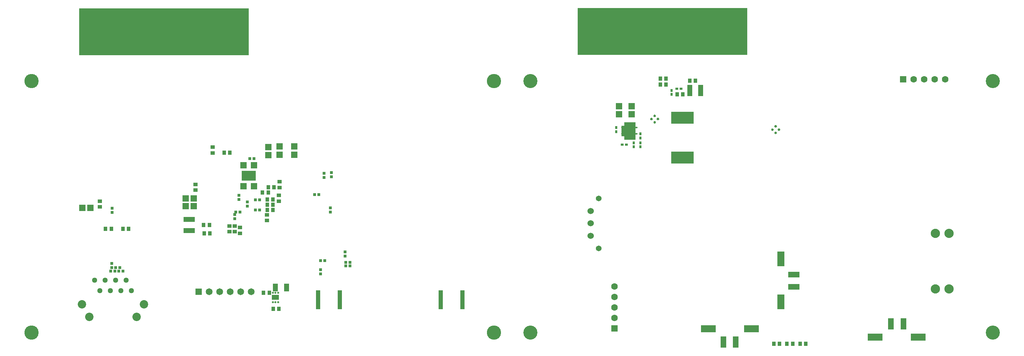
<source format=gbs>
G04*
G04 #@! TF.GenerationSoftware,Altium Limited,Altium Designer,21.5.1 (32)*
G04*
G04 Layer_Color=16711935*
%FSLAX25Y25*%
%MOIN*%
G70*
G04*
G04 #@! TF.SameCoordinates,35C82D64-DDB0-4193-90F1-2314E746331E*
G04*
G04*
G04 #@! TF.FilePolarity,Negative*
G04*
G01*
G75*
%ADD11R,0.21300X0.11400*%
%ADD102R,0.03937X0.17953*%
%ADD110C,0.08800*%
%ADD112C,0.06000*%
%ADD176R,1.61500X0.44500*%
%ADD196O,0.02762X0.01345*%
%ADD197O,0.01345X0.02762*%
%ADD198R,0.08471X0.08471*%
%ADD202R,0.02762X0.02368*%
%ADD203R,0.02368X0.02762*%
%ADD204R,0.06306X0.05912*%
%ADD213R,0.03550X0.03943*%
%ADD220R,0.30700X0.40400*%
%ADD221R,0.02368X0.40400*%
%ADD222R,0.04731X0.10636*%
%ADD225R,0.02559X0.02953*%
%ADD226R,0.03740X0.04134*%
%ADD231R,0.02953X0.02559*%
%ADD232R,0.04134X0.03740*%
%ADD237R,0.06102X0.06496*%
%ADD238R,0.06496X0.06102*%
%ADD266R,0.30891X0.40591*%
%ADD267R,0.02559X0.40591*%
%ADD269R,0.10827X0.04921*%
%ADD270C,0.05400*%
%ADD271C,0.13400*%
%ADD272C,0.06306*%
%ADD273R,0.06306X0.06306*%
%ADD274R,0.06306X0.06306*%
%ADD275C,0.06496*%
%ADD276R,0.06496X0.06496*%
%ADD277C,0.07991*%
%ADD278C,0.05091*%
%ADD279C,0.13591*%
%ADD280R,0.04500X0.10000*%
%ADD281R,0.10500X0.17000*%
%ADD282R,0.01000X0.01500*%
%ADD283R,0.13983X0.07093*%
%ADD284R,0.05518X0.10636*%
%ADD285R,0.07093X0.13983*%
%ADD286R,0.10636X0.05518*%
%ADD287R,0.06102X0.06102*%
%ADD288R,0.13583X0.09252*%
%ADD289O,0.01772X0.01968*%
%ADD290R,0.06890X0.04528*%
%ADD291R,0.04921X0.07284*%
G36*
X711416Y325763D02*
X711808Y325502D01*
X712070Y325110D01*
X712161Y324648D01*
X712070Y324186D01*
X711808Y323794D01*
X711416Y323532D01*
X710954Y323440D01*
X710492Y323532D01*
X710100Y323794D01*
X709838Y324186D01*
X709747Y324648D01*
X709838Y325110D01*
X710100Y325502D01*
X710492Y325763D01*
X710954Y325855D01*
X711416Y325763D01*
D02*
G37*
G36*
X714467Y322712D02*
X714859Y322450D01*
X715121Y322059D01*
X715213Y321597D01*
X715121Y321134D01*
X714859Y320743D01*
X714467Y320481D01*
X714005Y320389D01*
X713543Y320481D01*
X713151Y320743D01*
X712890Y321134D01*
X712798Y321597D01*
X712890Y322059D01*
X713151Y322450D01*
X713543Y322712D01*
X714005Y322804D01*
X714467Y322712D01*
D02*
G37*
G36*
X708365D02*
X708757Y322450D01*
X709018Y322059D01*
X709110Y321597D01*
X709018Y321134D01*
X708757Y320743D01*
X708365Y320481D01*
X707903Y320389D01*
X707441Y320481D01*
X707049Y320743D01*
X706787Y321134D01*
X706695Y321597D01*
X706787Y322059D01*
X707049Y322450D01*
X707441Y322712D01*
X707903Y322804D01*
X708365Y322712D01*
D02*
G37*
G36*
X711416Y319661D02*
X711808Y319399D01*
X712070Y319007D01*
X712161Y318545D01*
X712070Y318083D01*
X711808Y317692D01*
X711416Y317430D01*
X710954Y317338D01*
X710492Y317430D01*
X710100Y317692D01*
X709838Y318083D01*
X709747Y318545D01*
X709838Y319007D01*
X710100Y319399D01*
X710492Y319661D01*
X710954Y319753D01*
X711416Y319661D01*
D02*
G37*
G36*
X826475Y315720D02*
X826867Y315459D01*
X827129Y315067D01*
X827221Y314605D01*
X827129Y314143D01*
X826867Y313751D01*
X826475Y313489D01*
X826013Y313397D01*
X825551Y313489D01*
X825159Y313751D01*
X824898Y314143D01*
X824806Y314605D01*
X824898Y315067D01*
X825159Y315459D01*
X825551Y315720D01*
X826013Y315812D01*
X826475Y315720D01*
D02*
G37*
G36*
X687408Y314763D02*
X687800Y314502D01*
X688062Y314110D01*
X688154Y313648D01*
X688062Y313186D01*
X687800Y312794D01*
X687408Y312532D01*
X686946Y312440D01*
X686484Y312532D01*
X686092Y312794D01*
X685830Y313186D01*
X685739Y313648D01*
X685830Y314110D01*
X686092Y314502D01*
X686484Y314763D01*
X686946Y314855D01*
X687408Y314763D01*
D02*
G37*
G36*
X829527Y312669D02*
X829918Y312407D01*
X830180Y312016D01*
X830272Y311554D01*
X830180Y311092D01*
X829918Y310700D01*
X829527Y310438D01*
X829064Y310346D01*
X828602Y310438D01*
X828211Y310700D01*
X827949Y311092D01*
X827857Y311554D01*
X827949Y312016D01*
X828211Y312407D01*
X828602Y312669D01*
X829064Y312761D01*
X829527Y312669D01*
D02*
G37*
G36*
X823424D02*
X823816Y312407D01*
X824078Y312016D01*
X824170Y311554D01*
X824078Y311092D01*
X823816Y310700D01*
X823424Y310438D01*
X822962Y310346D01*
X822500Y310438D01*
X822108Y310700D01*
X821847Y311092D01*
X821755Y311554D01*
X821847Y312016D01*
X822108Y312407D01*
X822500Y312669D01*
X822962Y312761D01*
X823424Y312669D01*
D02*
G37*
G36*
X690459Y311712D02*
X690851Y311450D01*
X691113Y311059D01*
X691205Y310597D01*
X691113Y310135D01*
X690851Y309743D01*
X690459Y309481D01*
X689997Y309389D01*
X689535Y309481D01*
X689143Y309743D01*
X688882Y310135D01*
X688790Y310597D01*
X688882Y311059D01*
X689143Y311450D01*
X689535Y311712D01*
X689997Y311804D01*
X690459Y311712D01*
D02*
G37*
G36*
X684357D02*
X684749Y311450D01*
X685010Y311059D01*
X685102Y310597D01*
X685010Y310135D01*
X684749Y309743D01*
X684357Y309481D01*
X683895Y309389D01*
X683433Y309481D01*
X683041Y309743D01*
X682779Y310135D01*
X682687Y310597D01*
X682779Y311059D01*
X683041Y311450D01*
X683433Y311712D01*
X683895Y311804D01*
X684357Y311712D01*
D02*
G37*
G36*
X826475Y309618D02*
X826867Y309356D01*
X827129Y308964D01*
X827221Y308502D01*
X827129Y308040D01*
X826867Y307649D01*
X826475Y307387D01*
X826013Y307295D01*
X825551Y307387D01*
X825159Y307649D01*
X824898Y308040D01*
X824806Y308502D01*
X824898Y308964D01*
X825159Y309356D01*
X825551Y309618D01*
X826013Y309710D01*
X826475Y309618D01*
D02*
G37*
G36*
X687408Y308661D02*
X687800Y308399D01*
X688062Y308008D01*
X688154Y307545D01*
X688062Y307083D01*
X687800Y306692D01*
X687408Y306430D01*
X686946Y306338D01*
X686484Y306430D01*
X686092Y306692D01*
X685830Y307083D01*
X685739Y307545D01*
X685830Y308008D01*
X686092Y308399D01*
X686484Y308661D01*
X686946Y308753D01*
X687408Y308661D01*
D02*
G37*
D11*
X737498Y284722D02*
D03*
Y322922D02*
D03*
D102*
X507315Y149177D02*
D03*
X527945D02*
D03*
X390631D02*
D03*
X411260D02*
D03*
D110*
X990950Y159550D02*
D03*
X977950D02*
D03*
X990950Y212550D02*
D03*
X977950D02*
D03*
D112*
X649950Y210250D02*
D03*
Y222050D02*
D03*
Y233850D02*
D03*
D176*
X718450Y405050D02*
D03*
X243946Y405000D02*
D03*
D196*
X680450Y313550D02*
D03*
X693442D02*
D03*
Y307644D02*
D03*
X680450D02*
D03*
D197*
X683009Y317093D02*
D03*
X684978D02*
D03*
X686946D02*
D03*
X688915D02*
D03*
X690883D02*
D03*
Y304100D02*
D03*
X688915D02*
D03*
X686946D02*
D03*
X684978D02*
D03*
X683009D02*
D03*
D198*
X686946Y310597D02*
D03*
D202*
X731982Y350550D02*
D03*
X735919D02*
D03*
X683919Y297050D02*
D03*
X679982D02*
D03*
D203*
X726950Y345081D02*
D03*
Y349018D02*
D03*
X697450Y307518D02*
D03*
Y303581D02*
D03*
X674450Y313518D02*
D03*
Y309581D02*
D03*
X697450Y299018D02*
D03*
Y295081D02*
D03*
X690950Y299018D02*
D03*
Y295081D02*
D03*
D204*
X688950Y333987D02*
D03*
Y326113D02*
D03*
X676950Y333987D02*
D03*
Y326113D02*
D03*
D213*
X824194Y107050D02*
D03*
X829706D02*
D03*
X849194D02*
D03*
X854706D02*
D03*
X836694D02*
D03*
X842206D02*
D03*
X721706Y360050D02*
D03*
X716194D02*
D03*
X721706Y354550D02*
D03*
X716194D02*
D03*
X737770Y345250D02*
D03*
X732258D02*
D03*
X744194Y358050D02*
D03*
X749706D02*
D03*
D220*
X704350Y403325D02*
D03*
X657050D02*
D03*
D221*
X795250D02*
D03*
X792100D02*
D03*
X788950D02*
D03*
X785800D02*
D03*
X782650D02*
D03*
X779500D02*
D03*
X776350D02*
D03*
X773200D02*
D03*
X766900D02*
D03*
X770050D02*
D03*
X763750D02*
D03*
X760600D02*
D03*
X757450D02*
D03*
X754300D02*
D03*
X751150D02*
D03*
X748000D02*
D03*
X744850D02*
D03*
X738550D02*
D03*
X735400D02*
D03*
X741700D02*
D03*
D222*
X754829Y348750D02*
D03*
X744199D02*
D03*
D225*
X194630Y236469D02*
D03*
Y232531D02*
D03*
X323446Y238531D02*
D03*
Y242469D02*
D03*
X311445Y230469D02*
D03*
Y226532D02*
D03*
X315445Y245031D02*
D03*
Y248969D02*
D03*
X194446Y183968D02*
D03*
Y180032D02*
D03*
X396445Y266032D02*
D03*
Y269969D02*
D03*
X403445Y266531D02*
D03*
Y270468D02*
D03*
X402446Y233032D02*
D03*
Y236968D02*
D03*
X392946Y174031D02*
D03*
Y177969D02*
D03*
X416445Y194968D02*
D03*
Y191032D02*
D03*
D226*
X210386Y217000D02*
D03*
X204874D02*
D03*
X188374Y217000D02*
D03*
X193886D02*
D03*
X287701Y212500D02*
D03*
X282190D02*
D03*
X287201Y220500D02*
D03*
X281690D02*
D03*
X342190Y235000D02*
D03*
X347701D02*
D03*
X342190Y245000D02*
D03*
X347701D02*
D03*
X342190Y240000D02*
D03*
X347701D02*
D03*
X337690Y251500D02*
D03*
X343201D02*
D03*
X343190Y256500D02*
D03*
X348701D02*
D03*
X306701Y289500D02*
D03*
X301190D02*
D03*
X347874Y140500D02*
D03*
X353386D02*
D03*
X344201Y156000D02*
D03*
X338690D02*
D03*
D231*
X325661Y284000D02*
D03*
X329598D02*
D03*
X204945Y176500D02*
D03*
X201008D02*
D03*
X193477Y176500D02*
D03*
X197414D02*
D03*
X330977Y244500D02*
D03*
X334914D02*
D03*
X312477Y233000D02*
D03*
X316414D02*
D03*
X330977Y235000D02*
D03*
X334914D02*
D03*
X201914Y180000D02*
D03*
X197977D02*
D03*
X391414Y249500D02*
D03*
X387477D02*
D03*
X420946Y181500D02*
D03*
X417008D02*
D03*
X420914Y185000D02*
D03*
X416977D02*
D03*
X392977Y186500D02*
D03*
X396914D02*
D03*
D232*
X183130Y237744D02*
D03*
Y243256D02*
D03*
X353945Y261756D02*
D03*
Y256244D02*
D03*
X341946Y230256D02*
D03*
Y224744D02*
D03*
X353446Y248756D02*
D03*
Y243244D02*
D03*
X316445Y218075D02*
D03*
Y212563D02*
D03*
X306446Y219575D02*
D03*
Y214063D02*
D03*
X274130Y259256D02*
D03*
Y253744D02*
D03*
X311445Y219575D02*
D03*
Y214063D02*
D03*
X290445Y289244D02*
D03*
Y294756D02*
D03*
D237*
X174067Y237000D02*
D03*
X166193D02*
D03*
X272382Y238500D02*
D03*
X264508D02*
D03*
X272382Y246000D02*
D03*
X264508D02*
D03*
D238*
X367946Y287563D02*
D03*
Y295437D02*
D03*
X343445Y287063D02*
D03*
Y294937D02*
D03*
X353945Y287563D02*
D03*
Y295437D02*
D03*
D266*
X229845Y403275D02*
D03*
X182545D02*
D03*
D267*
X320745D02*
D03*
X317596D02*
D03*
X314445D02*
D03*
X311296D02*
D03*
X308145D02*
D03*
X304995D02*
D03*
X301846D02*
D03*
X298695D02*
D03*
X292395D02*
D03*
X295546D02*
D03*
X289246D02*
D03*
X286095D02*
D03*
X282945D02*
D03*
X279796D02*
D03*
X276645D02*
D03*
X273496D02*
D03*
X270345D02*
D03*
X264046D02*
D03*
X260895D02*
D03*
X267196D02*
D03*
D269*
X268130Y215185D02*
D03*
Y225815D02*
D03*
D270*
X657650Y198150D02*
D03*
Y245950D02*
D03*
D271*
X1032500Y358000D02*
D03*
Y118000D02*
D03*
X592500D02*
D03*
Y358000D02*
D03*
D272*
X987494Y359637D02*
D03*
X977494D02*
D03*
X967494D02*
D03*
X957494D02*
D03*
X672750Y161960D02*
D03*
Y151960D02*
D03*
Y141960D02*
D03*
Y131959D02*
D03*
D273*
X947494Y359637D02*
D03*
D274*
X672750Y121959D02*
D03*
D275*
X327130Y157000D02*
D03*
X317130D02*
D03*
X307130D02*
D03*
X297130D02*
D03*
X287130D02*
D03*
D276*
X277130D02*
D03*
D277*
X224945Y145000D02*
D03*
X165945D02*
D03*
X217946Y133000D02*
D03*
X172945D02*
D03*
D278*
X207945Y168000D02*
D03*
X212946Y158000D02*
D03*
X202945D02*
D03*
X197945Y168000D02*
D03*
X192946Y158000D02*
D03*
X187945Y168000D02*
D03*
X182946Y158000D02*
D03*
X177945Y168000D02*
D03*
D279*
X557996Y357950D02*
D03*
Y117950D02*
D03*
X117996D02*
D03*
Y357950D02*
D03*
D280*
X681700Y310050D02*
D03*
D281*
X687200D02*
D03*
D282*
X349945Y150750D02*
D03*
X347945D02*
D03*
X349945Y153250D02*
D03*
X347945D02*
D03*
D283*
X920828Y113451D02*
D03*
X961812D02*
D03*
X802934Y121550D02*
D03*
X761950D02*
D03*
D284*
X935690Y126050D02*
D03*
X947501D02*
D03*
X788072Y108951D02*
D03*
X776261D02*
D03*
D285*
X830852Y188223D02*
D03*
Y147239D02*
D03*
D286*
X843450Y173361D02*
D03*
Y161550D02*
D03*
D287*
X329830Y277500D02*
D03*
X319630D02*
D03*
Y257500D02*
D03*
X329830D02*
D03*
D288*
X324730Y267500D02*
D03*
D289*
X347571Y156000D02*
D03*
X350130D02*
D03*
X352689D02*
D03*
Y146748D02*
D03*
X350130D02*
D03*
X347571D02*
D03*
D290*
X350130Y151374D02*
D03*
D291*
X360760Y161000D02*
D03*
X350131D02*
D03*
M02*

</source>
